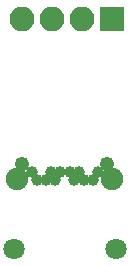
<source format=gbs>
G04 #@! TF.GenerationSoftware,KiCad,Pcbnew,5.0-dev-unknown-3a73e77~62~ubuntu17.10.1*
G04 #@! TF.CreationDate,2018-02-27T23:18:37-07:00*
G04 #@! TF.ProjectId,CH340G-TYPE-C,4348333430472D545950452D432E6B69,rev?*
G04 #@! TF.SameCoordinates,Original*
G04 #@! TF.FileFunction,Soldermask,Bot*
G04 #@! TF.FilePolarity,Negative*
%FSLAX46Y46*%
G04 Gerber Fmt 4.6, Leading zero omitted, Abs format (unit mm)*
G04 Created by KiCad (PCBNEW 5.0-dev-unknown-3a73e77~62~ubuntu17.10.1) date Tue Feb 27 23:18:37 2018*
%MOMM*%
%LPD*%
G01*
G04 APERTURE LIST*
%ADD10C,1.900000*%
%ADD11C,1.800000*%
%ADD12C,1.250000*%
%ADD13C,1.000000*%
%ADD14R,2.100000X2.100000*%
%ADD15O,2.100000X2.100000*%
G04 APERTURE END LIST*
D10*
X135302143Y-92257500D03*
X143362143Y-92257500D03*
D11*
X143662143Y-98207500D03*
X135002143Y-98207500D03*
D12*
X142932143Y-91007500D03*
X135732143Y-91007500D03*
D13*
X142132143Y-91657500D03*
X140532143Y-91657500D03*
X139732143Y-91657500D03*
X138932143Y-91657500D03*
X138132143Y-91657500D03*
X136532143Y-91657500D03*
X141732143Y-92357500D03*
X140932143Y-92357500D03*
X140132143Y-92357500D03*
X138532143Y-92357500D03*
X137732143Y-92357500D03*
X136932143Y-92357500D03*
D14*
X143300000Y-78700000D03*
D15*
X140760000Y-78700000D03*
X138220000Y-78700000D03*
X135680000Y-78700000D03*
M02*

</source>
